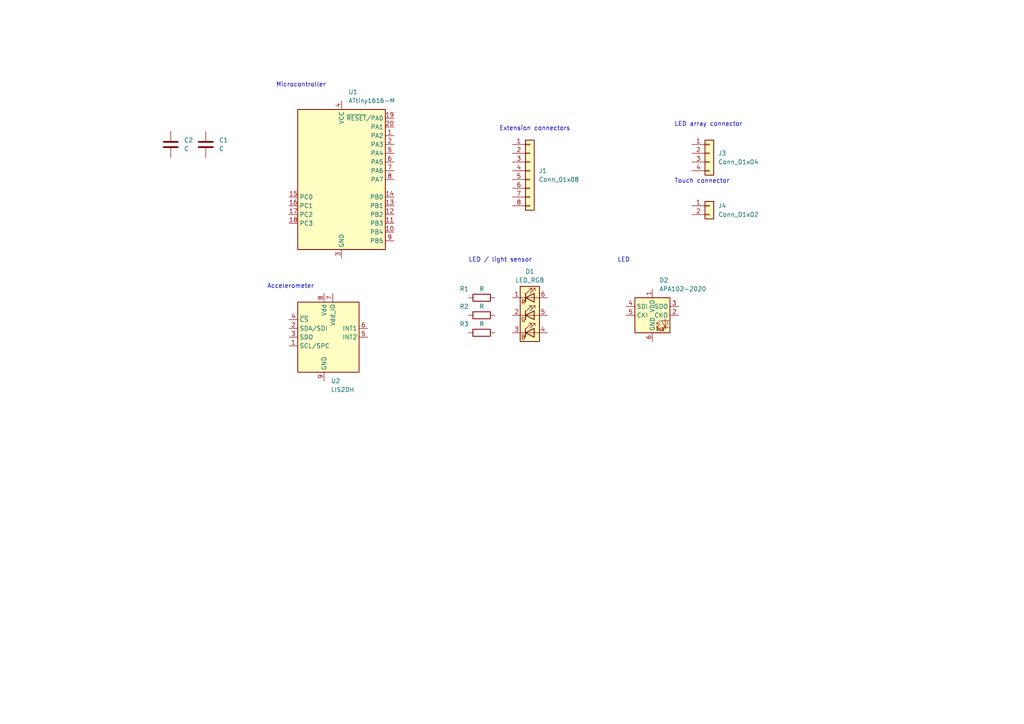
<source format=kicad_sch>
(kicad_sch (version 20230121) (generator eeschema)
  (paper "A4")
  (lib_symbols
    (symbol "Connector_Generic:Conn_01x02" (pin_names (offset 1.016) hide)
      (property "Reference" "J" (at 0 2.54 0))
      (property "Value" "Conn_01x02" (at 0 -5.08 0))
      (symbol "Conn_01x02_1_1"
        (rectangle (start -1.27 -2.413) (end 0 -2.667) (stroke (width 0.1524)))
        (rectangle (start -1.27 0.127) (end 0 -0.127) (stroke (width 0.1524)))
        (rectangle (start -1.27 1.27) (end 1.27 -3.81) (stroke (width 0.254)) (fill (type background)))
        (pin passive line (at -5.08 0 0) (length 3.81) (name "Pin_1") (number "1"))
        (pin passive line (at -5.08 -2.54 0) (length 3.81) (name "Pin_2") (number "2"))
      )
    )
    (symbol "Connector_Generic:Conn_01x04" (pin_names (offset 1.016) hide)
      (property "Reference" "J" (at 0 5.08 0))
      (property "Value" "Conn_01x04" (at 0 -7.62 0))
      (symbol "Conn_01x04_1_1"
        (rectangle (start -1.27 -4.953) (end 0 -5.207) (stroke (width 0.1524)))
        (rectangle (start -1.27 -2.413) (end 0 -2.667) (stroke (width 0.1524)))
        (rectangle (start -1.27 0.127) (end 0 -0.127) (stroke (width 0.1524)))
        (rectangle (start -1.27 2.667) (end 0 2.413) (stroke (width 0.1524)))
        (rectangle (start -1.27 3.81) (end 1.27 -6.35) (stroke (width 0.254)) (fill (type background)))
        (pin passive line (at -5.08 2.54 0) (length 3.81) (name "Pin_1") (number "1"))
        (pin passive line (at -5.08 0 0) (length 3.81) (name "Pin_2") (number "2"))
        (pin passive line (at -5.08 -2.54 0) (length 3.81) (name "Pin_3") (number "3"))
        (pin passive line (at -5.08 -5.08 0) (length 3.81) (name "Pin_4") (number "4"))
      )
    )
    (symbol "Connector_Generic:Conn_01x08" (pin_names (offset 1.016) hide)
      (property "Reference" "J" (at 0 10.16 0))
      (property "Value" "Conn_01x08" (at 0 -12.7 0))
      (symbol "Conn_01x08_1_1"
        (rectangle (start -1.27 -10.033) (end 0 -10.287) (stroke (width 0.1524)))
        (rectangle (start -1.27 -7.493) (end 0 -7.747) (stroke (width 0.1524)))
        (rectangle (start -1.27 -4.953) (end 0 -5.207) (stroke (width 0.1524)))
        (rectangle (start -1.27 -2.413) (end 0 -2.667) (stroke (width 0.1524)))
        (rectangle (start -1.27 0.127) (end 0 -0.127) (stroke (width 0.1524)))
        (rectangle (start -1.27 2.667) (end 0 2.413) (stroke (width 0.1524)))
        (rectangle (start -1.27 5.207) (end 0 4.953) (stroke (width 0.1524)))
        (rectangle (start -1.27 7.747) (end 0 7.493) (stroke (width 0.1524)))
        (rectangle (start -1.27 8.89) (end 1.27 -11.43) (stroke (width 0.254)) (fill (type background)))
        (pin passive line (at -5.08 7.62 0) (length 3.81) (name "Pin_1") (number "1"))
        (pin passive line (at -5.08 5.08 0) (length 3.81) (name "Pin_2") (number "2"))
        (pin passive line (at -5.08 2.54 0) (length 3.81) (name "Pin_3") (number "3"))
        (pin passive line (at -5.08 0 0) (length 3.81) (name "Pin_4") (number "4"))
        (pin passive line (at -5.08 -2.54 0) (length 3.81) (name "Pin_5") (number "5"))
        (pin passive line (at -5.08 -5.08 0) (length 3.81) (name "Pin_6") (number "6"))
        (pin passive line (at -5.08 -7.62 0) (length 3.81) (name "Pin_7") (number "7"))
        (pin passive line (at -5.08 -10.16 0) (length 3.81) (name "Pin_8") (number "8"))
      )
    )
    (symbol "Device:C" (pin_numbers hide) (pin_names (offset 0.254))
      (property "Reference" "C" (at 0.635 2.54 0))
      (property "Value" "C" (at 0.635 -2.54 0))
      (symbol "C_0_1"
        (polyline (pts (xy -2.032 -0.762) (xy 2.032 -0.762)) (stroke (width 0.508)))
        (polyline (pts (xy -2.032 0.762) (xy 2.032 0.762)) (stroke (width 0.508)))
      )
      (symbol "C_1_1"
        (pin passive line (at 0 3.81 270) (length 2.794) (name "~") (number "1"))
        (pin passive line (at 0 -3.81 90) (length 2.794) (name "~") (number "2"))
      )
    )
    (symbol "Device:LED_RGB" (pin_names (offset 0) hide)
      (property "Reference" "D" (at 0 9.398 0))
      (property "Value" "LED_RGB" (at 0 -8.89 0))
      (symbol "LED_RGB_0_0"
        (text "B" (at -1.905 -6.35 0) (effects (font (size 1.27 1.27))))
        (text "G" (at -1.905 -1.27 0) (effects (font (size 1.27 1.27))))
        (text "R" (at -1.905 3.81 0) (effects (font (size 1.27 1.27))))
      )
      (symbol "LED_RGB_0_1"
        (polyline (pts (xy -1.27 -5.08) (xy -2.54 -5.08)))
        (polyline (pts (xy -1.27 -5.08) (xy 1.27 -5.08)))
        (polyline (pts (xy -1.27 -3.81) (xy -1.27 -6.35)) (stroke (width 0.254)))
        (polyline (pts (xy -1.27 0) (xy -2.54 0)))
        (polyline (pts (xy -1.27 1.27) (xy -1.27 -1.27)) (stroke (width 0.254)))
        (polyline (pts (xy -1.27 5.08) (xy -2.54 5.08)))
        (polyline (pts (xy -1.27 5.08) (xy 1.27 5.08)))
        (polyline (pts (xy -1.27 6.35) (xy -1.27 3.81)) (stroke (width 0.254)))
        (polyline (pts (xy 1.27 -5.08) (xy 2.54 -5.08)))
        (polyline (pts (xy 1.27 0) (xy -1.27 0)))
        (polyline (pts (xy 1.27 0) (xy 2.54 0)))
        (polyline (pts (xy 1.27 5.08) (xy 2.54 5.08)))
        (polyline (pts (xy -1.27 1.27) (xy -1.27 -1.27) (xy -1.27 -1.27)))
        (polyline (pts (xy -1.27 6.35) (xy -1.27 3.81) (xy -1.27 3.81)))
        (polyline (pts (xy 1.27 -3.81) (xy 1.27 -6.35) (xy -1.27 -5.08) (xy 1.27 -3.81)) (stroke (width 0.254)))
        (polyline (pts (xy 1.27 1.27) (xy 1.27 -1.27) (xy -1.27 0) (xy 1.27 1.27)) (stroke (width 0.254)))
        (polyline (pts (xy 1.27 6.35) (xy 1.27 3.81) (xy -1.27 5.08) (xy 1.27 6.35)) (stroke (width 0.254)))
        (polyline (pts (xy -1.016 -3.81) (xy 0.508 -2.286) (xy -0.254 -2.286) (xy 0.508 -2.286) (xy 0.508 -3.048)))
        (polyline (pts (xy -1.016 1.27) (xy 0.508 2.794) (xy -0.254 2.794) (xy 0.508 2.794) (xy 0.508 2.032)))
        (polyline (pts (xy -1.016 6.35) (xy 0.508 7.874) (xy -0.254 7.874) (xy 0.508 7.874) (xy 0.508 7.112)))
        (polyline (pts (xy 0 -3.81) (xy 1.524 -2.286) (xy 0.762 -2.286) (xy 1.524 -2.286) (xy 1.524 -3.048)))
        (polyline (pts (xy 0 1.27) (xy 1.524 2.794) (xy 0.762 2.794) (xy 1.524 2.794) (xy 1.524 2.032)))
        (polyline (pts (xy 0 6.35) (xy 1.524 7.874) (xy 0.762 7.874) (xy 1.524 7.874) (xy 1.524 7.112)))
        (rectangle (start 1.27 -1.27) (end 1.27 1.27))
        (rectangle (start 1.27 1.27) (end 1.27 1.27))
        (rectangle (start 1.27 3.81) (end 1.27 6.35))
        (rectangle (start 1.27 6.35) (end 1.27 6.35))
        (rectangle (start 2.794 8.382) (end -2.794 -7.62) (stroke (width 0.254)) (fill (type background)))
      )
      (symbol "LED_RGB_1_1"
        (pin passive line (at -5.08 5.08 0) (length 2.54) (name "RK") (number "1"))
        (pin passive line (at -5.08 0 0) (length 2.54) (name "GK") (number "2"))
        (pin passive line (at -5.08 -5.08 0) (length 2.54) (name "BK") (number "3"))
        (pin passive line (at 5.08 -5.08 180) (length 2.54) (name "BA") (number "4"))
        (pin passive line (at 5.08 0 180) (length 2.54) (name "GA") (number "5"))
        (pin passive line (at 5.08 5.08 180) (length 2.54) (name "RA") (number "6"))
      )
    )
    (symbol "Device:R" (pin_numbers hide) (pin_names (offset 0))
      (property "Reference" "R" (at 2.032 0 90))
      (property "Value" "R" (at 0 0 90))
      (symbol "R_0_1"
        (rectangle (start -1.016 -2.54) (end 1.016 2.54) (stroke (width 0.254)))
      )
      (symbol "R_1_1"
        (pin passive line (at 0 3.81 270) (length 1.27) (name "~") (number "1"))
        (pin passive line (at 0 -3.81 90) (length 1.27) (name "~") (number "2"))
      )
    )
    (symbol "LED:APA102-2020"
      (property "Reference" "D" (at 5.08 5.715 0))
      (property "Value" "APA102-2020" (at 1.27 -5.715 0))
      (symbol "APA102-2020_0_0"
        (text "RGB" (at 2.286 -4.191 0) (effects (font (size 0.762 0.762))))
      )
      (symbol "APA102-2020_0_1"
        (polyline (pts (xy 1.27 -3.556) (xy 1.778 -3.556)))
        (polyline (pts (xy 1.27 -2.54) (xy 1.778 -2.54)))
        (polyline (pts (xy 4.699 -3.556) (xy 2.667 -3.556)))
        (polyline (pts (xy 2.286 -2.54) (xy 1.27 -3.556) (xy 1.27 -3.048)))
        (polyline (pts (xy 2.286 -1.524) (xy 1.27 -2.54) (xy 1.27 -2.032)))
        (polyline (pts (xy 3.683 -1.016) (xy 3.683 -3.556) (xy 3.683 -4.064)))
        (polyline (pts (xy 4.699 -1.524) (xy 2.667 -1.524) (xy 3.683 -3.556) (xy 4.699 -1.524)))
        (rectangle (start 5.08 5.08) (end -5.08 -5.08) (stroke (width 0.254)) (fill (type background)))
      )
      (symbol "APA102-2020_1_1"
        (pin power_in line (at 0 7.62 270) (length 2.54) (name "VDD") (number "1"))
        (pin output line (at 7.62 0 180) (length 2.54) (name "CKO") (number "2"))
        (pin output line (at 7.62 2.54 180) (length 2.54) (name "SDO") (number "3"))
        (pin input line (at -7.62 2.54 0) (length 2.54) (name "SDI") (number "4"))
        (pin input line (at -7.62 0 0) (length 2.54) (name "CKI") (number "5"))
        (pin power_in line (at 0 -7.62 90) (length 2.54) (name "GND") (number "6"))
      )
    )
    (symbol "MCU_Microchip_ATtiny:ATtiny1616-M"
      (property "Reference" "U" (at -12.7 21.59 0))
      (property "Value" "ATtiny1616-M" (at 2.54 -21.59 0))
      (symbol "ATtiny1616-M_0_1"
        (rectangle (start -12.7 -20.32) (end 12.7 20.32) (stroke (width 0.254)) (fill (type background)))
      )
      (symbol "ATtiny1616-M_1_1"
        (pin bidirectional line (at 15.24 12.7 180) (length 2.54) (name "PA2") (number "1"))
        (pin bidirectional line (at 15.24 -15.24 180) (length 2.54) (name "PB4") (number "10"))
        (pin bidirectional line (at 15.24 -12.7 180) (length 2.54) (name "PB3") (number "11"))
        (pin bidirectional line (at 15.24 -10.16 180) (length 2.54) (name "PB2") (number "12"))
        (pin bidirectional line (at 15.24 -7.62 180) (length 2.54) (name "PB1") (number "13"))
        (pin bidirectional line (at 15.24 -5.08 180) (length 2.54) (name "PB0") (number "14"))
        (pin bidirectional line (at -15.24 -5.08 0) (length 2.54) (name "PC0") (number "15"))
        (pin bidirectional line (at -15.24 -7.62 0) (length 2.54) (name "PC1") (number "16"))
        (pin bidirectional line (at -15.24 -10.16 0) (length 2.54) (name "PC2") (number "17"))
        (pin bidirectional line (at -15.24 -12.7 0) (length 2.54) (name "PC3") (number "18"))
        (pin bidirectional line (at 15.24 17.78 180) (length 2.54) (name "~{RESET}/PA0") (number "19"))
        (pin bidirectional line (at 15.24 10.16 180) (length 2.54) (name "PA3") (number "2"))
        (pin bidirectional line (at 15.24 15.24 180) (length 2.54) (name "PA1") (number "20"))
        (pin passive line (at 0 -22.86 90) (length 2.54) hide (name "GND") (number "21"))
        (pin power_in line (at 0 -22.86 90) (length 2.54) (name "GND") (number "3"))
        (pin power_in line (at 0 22.86 270) (length 2.54) (name "VCC") (number "4"))
        (pin bidirectional line (at 15.24 7.62 180) (length 2.54) (name "PA4") (number "5"))
        (pin bidirectional line (at 15.24 5.08 180) (length 2.54) (name "PA5") (number "6"))
        (pin bidirectional line (at 15.24 2.54 180) (length 2.54) (name "PA6") (number "7"))
        (pin bidirectional line (at 15.24 0 180) (length 2.54) (name "PA7") (number "8"))
        (pin bidirectional line (at 15.24 -17.78 180) (length 2.54) (name "PB5") (number "9"))
      )
    )
    (symbol "Sensor_Motion:LIS2DH"
      (property "Reference" "U" (at -8.89 11.43 0))
      (property "Value" "LIS2DH" (at 3.81 11.43 0))
      (symbol "LIS2DH_0_1"
        (rectangle (start -7.62 10.16) (end 10.16 -10.16) (stroke (width 0.254)) (fill (type background)))
      )
      (symbol "LIS2DH_1_1"
        (pin input line (at -10.16 -2.54 0) (length 2.54) (name "SCL/SPC") (number "1"))
        (pin passive line (at 0 -12.7 90) (length 2.54) hide (name "GND") (number "10"))
        (pin passive line (at 0 -12.7 90) (length 2.54) hide (name "GND") (number "11"))
        (pin passive line (at 0 -12.7 90) (length 2.54) hide (name "GND") (number "12"))
        (pin passive line (at 0 -12.7 90) (length 2.54) hide (name "GND") (number "13"))
        (pin passive line (at 0 -12.7 90) (length 2.54) hide (name "GND") (number "14"))
        (pin bidirectional line (at -10.16 2.54 0) (length 2.54) (name "SDA/SDI") (number "2"))
        (pin output line (at -10.16 0 0) (length 2.54) (name "SDO") (number "3"))
        (pin input line (at -10.16 5.08 0) (length 2.54) (name "~{CS}") (number "4"))
        (pin output line (at 12.7 0 180) (length 2.54) (name "INT2") (number "5"))
        (pin output line (at 12.7 2.54 180) (length 2.54) (name "INT1") (number "6"))
        (pin power_in line (at 2.54 12.7 270) (length 2.54) (name "Vdd_IO") (number "7"))
        (pin power_in line (at 0 12.7 270) (length 2.54) (name "Vdd") (number "8"))
        (pin power_in line (at 0 -12.7 90) (length 2.54) (name "GND") (number "9"))
      )
    )
  )
  (text "LED array connector" (at 195.58 36.83 0) (effects (font (size 1.27 1.27)) (justify left bottom)))
  (text "LED / light sensor" (at 135.89 76.2 0) (effects (font (size 1.27 1.27)) (justify left bottom)))
  (text "LED" (at 179.07 76.2 0) (effects (font (size 1.27 1.27)) (justify left bottom)))
  (text "Accelerometer" (at 77.47 83.82 0) (effects (font (size 1.27 1.27)) (justify left bottom)))
  (text "Extension connectors" (at 144.78 38.1 0) (effects (font (size 1.27 1.27)) (justify left bottom)))
  (text "Touch connector" (at 195.58 53.34 0) (effects (font (size 1.27 1.27)) (justify left bottom)))
  (text "Microcontroller" (at 80.01 25.4 0) (effects (font (size 1.27 1.27)) (justify left bottom)))
  (symbol (lib_id "Device:R") (at 139.7 91.44 90) (unit 1)
    (property "Reference" "R2" (at 134.62 88.9 90))
    (property "Value" "R" (at 139.7 88.9 90))
    (property "Footprint" "Resistor_SMD:R_0603_1608Metric" (effects hide))
  )
  (symbol (lib_id "Device:R") (at 139.7 96.52 90) (unit 1)
    (property "Reference" "R3" (at 134.62 93.98 90))
    (property "Value" "R" (at 139.7 93.98 90))
    (property "Footprint" "Resistor_SMD:R_0603_1608Metric" (effects hide))
  )
  (symbol (lib_id "Connector_Generic:Conn_01x04") (at 205.74 44.45 0) (unit 1)
    (property "Reference" "J3" (at 208.28 44.45 0) (effects (justify left)))
    (property "Value" "Conn_01x04" (at 208.28 46.99 0) (effects (justify left)))
    (property "Footprint" "Connector_PinHeader_1.27mm:PinHeader_1x04_P1.27mm_Horizontal" (effects hide))
  )
  (symbol (lib_id "Connector_Generic:Conn_01x08") (at 153.67 49.53 0) (unit 1)
    (property "Reference" "J1" (at 156.21 49.53 0) (effects (justify left)))
    (property "Value" "Conn_01x08" (at 156.21 52.07 0) (effects (justify left)))
    (property "Footprint" "TinyPulse:DIP-8_W10.16mm" (effects hide))
  )
  (symbol (lib_id "Device:C") (at 59.69 41.91 0) (unit 1)
    (property "Reference" "C1" (at 63.5 40.64 0) (effects (justify left)))
    (property "Value" "C" (at 63.5 43.18 0) (effects (justify left)))
    (property "Footprint" "Capacitor_SMD:C_0603_1608Metric_Pad1.08x0.95mm_HandSolder" (effects hide))
  )
  (symbol (lib_id "Sensor_Motion:LIS2DH") (at 93.98 97.79 0) (unit 1)
    (property "Reference" "U2" (at 95.9359 110.49 0) (effects (justify left)))
    (property "Value" "LIS2DH" (at 95.9359 113.03 0) (effects (justify left)))
    (property "Footprint" "Package_LGA:LGA-14_2x2mm_P0.35mm_LayoutBorder3x4y" (effects hide))
    (property "Datasheet" "http://www.st.com/web/en/resource/technical/document/datasheet/DM00042751.pdf" (effects hide))
  )
  (symbol (lib_id "Device:C") (at 49.53 41.91 0) (unit 1)
    (property "Reference" "C2" (at 53.34 40.64 0) (effects (justify left)))
    (property "Value" "C" (at 53.34 43.18 0) (effects (justify left)))
    (property "Footprint" "Capacitor_SMD:C_0603_1608Metric_Pad1.08x0.95mm_HandSolder" (effects hide))
  )
  (symbol (lib_id "Connector_Generic:Conn_01x02") (at 205.74 59.69 0) (unit 1)
    (property "Reference" "J4" (at 208.28 59.69 0) (effects (justify left)))
    (property "Value" "Conn_01x02" (at 208.28 62.23 0) (effects (justify left)))
    (property "Footprint" "Connector_PinHeader_1.27mm:PinHeader_1x04_P1.27mm_Horizontal" (effects hide))
  )
  (symbol (lib_id "MCU_Microchip_ATtiny:ATtiny1616-M") (at 99.06 52.07 0) (unit 1)
    (property "Reference" "U1" (at 101.0159 26.67 0) (effects (justify left)))
    (property "Value" "ATtiny1616-M" (at 101.0159 29.21 0) (effects (justify left)))
    (property "Footprint" "Package_DFN_QFN:VQFN-20-1EP_3x3mm_P0.4mm_EP1.7x1.7mm" (effects hide))
    (property "Datasheet" "http://ww1.microchip.com/downloads/en/DeviceDoc/ATtiny3216_ATtiny1616-data-sheet-40001997B.pdf" (effects hide))
  )
  (symbol (lib_id "Device:LED_RGB") (at 153.67 91.44 0) (unit 1)
    (property "Reference" "D1" (at 153.67 78.74 0))
    (property "Value" "LED_RGB" (at 153.67 81.28 0))
    (property "Footprint" "LED_SMD:LED_Avago_PLCC6_3x2.8mm" (effects hide))
  )
  (symbol (lib_id "Device:R") (at 139.7 86.36 270) (unit 1)
    (property "Reference" "R1" (at 134.62 83.82 90))
    (property "Value" "R" (at 139.7 83.82 90))
    (property "Footprint" "Resistor_SMD:R_0603_1608Metric" (effects hide))
  )
  (symbol (lib_id "LED:APA102-2020") (at 189.23 91.44 0) (unit 1)
    (property "Reference" "D2" (at 191.1859 81.28 0) (effects (justify left)))
    (property "Value" "APA102-2020" (at 191.1859 83.82 0) (effects (justify left)))
    (property "Footprint" "LED_SMD:LED-APA102-2020" (effects hide))
    (property "Datasheet" "http://www.led-color.com/upload/201604/APA102-2020%20SMD%20LED.pdf" (effects hide))
  )
)
</source>
